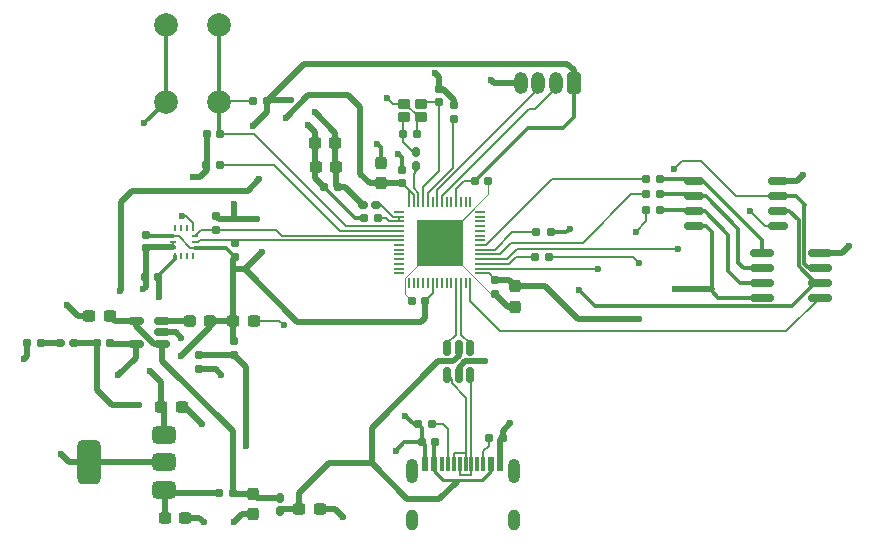
<source format=gbr>
%TF.GenerationSoftware,KiCad,Pcbnew,9.0.2*%
%TF.CreationDate,2025-08-14T15:26:00-05:00*%
%TF.ProjectId,ESP_32_sens,4553505f-3332-45f7-9365-6e732e6b6963,rev?*%
%TF.SameCoordinates,Original*%
%TF.FileFunction,Copper,L1,Top*%
%TF.FilePolarity,Positive*%
%FSLAX46Y46*%
G04 Gerber Fmt 4.6, Leading zero omitted, Abs format (unit mm)*
G04 Created by KiCad (PCBNEW 9.0.2) date 2025-08-14 15:26:00*
%MOMM*%
%LPD*%
G01*
G04 APERTURE LIST*
G04 Aperture macros list*
%AMRoundRect*
0 Rectangle with rounded corners*
0 $1 Rounding radius*
0 $2 $3 $4 $5 $6 $7 $8 $9 X,Y pos of 4 corners*
0 Add a 4 corners polygon primitive as box body*
4,1,4,$2,$3,$4,$5,$6,$7,$8,$9,$2,$3,0*
0 Add four circle primitives for the rounded corners*
1,1,$1+$1,$2,$3*
1,1,$1+$1,$4,$5*
1,1,$1+$1,$6,$7*
1,1,$1+$1,$8,$9*
0 Add four rect primitives between the rounded corners*
20,1,$1+$1,$2,$3,$4,$5,0*
20,1,$1+$1,$4,$5,$6,$7,0*
20,1,$1+$1,$6,$7,$8,$9,0*
20,1,$1+$1,$8,$9,$2,$3,0*%
G04 Aperture macros list end*
%TA.AperFunction,SMDPad,CuDef*%
%ADD10RoundRect,0.160000X0.197500X0.160000X-0.197500X0.160000X-0.197500X-0.160000X0.197500X-0.160000X0*%
%TD*%
%TA.AperFunction,HeatsinkPad*%
%ADD11O,1.000000X1.800000*%
%TD*%
%TA.AperFunction,HeatsinkPad*%
%ADD12O,1.000000X2.100000*%
%TD*%
%TA.AperFunction,SMDPad,CuDef*%
%ADD13R,0.600000X1.240000*%
%TD*%
%TA.AperFunction,SMDPad,CuDef*%
%ADD14R,0.300000X1.240000*%
%TD*%
%TA.AperFunction,SMDPad,CuDef*%
%ADD15RoundRect,0.160000X-0.197500X-0.160000X0.197500X-0.160000X0.197500X0.160000X-0.197500X0.160000X0*%
%TD*%
%TA.AperFunction,SMDPad,CuDef*%
%ADD16RoundRect,0.155000X-0.212500X-0.155000X0.212500X-0.155000X0.212500X0.155000X-0.212500X0.155000X0*%
%TD*%
%TA.AperFunction,SMDPad,CuDef*%
%ADD17RoundRect,0.160000X0.160000X-0.197500X0.160000X0.197500X-0.160000X0.197500X-0.160000X-0.197500X0*%
%TD*%
%TA.AperFunction,SMDPad,CuDef*%
%ADD18RoundRect,0.160000X-0.160000X0.197500X-0.160000X-0.197500X0.160000X-0.197500X0.160000X0.197500X0*%
%TD*%
%TA.AperFunction,SMDPad,CuDef*%
%ADD19RoundRect,0.160000X-0.160000X0.222500X-0.160000X-0.222500X0.160000X-0.222500X0.160000X0.222500X0*%
%TD*%
%TA.AperFunction,SMDPad,CuDef*%
%ADD20RoundRect,0.162500X0.650000X0.162500X-0.650000X0.162500X-0.650000X-0.162500X0.650000X-0.162500X0*%
%TD*%
%TA.AperFunction,SMDPad,CuDef*%
%ADD21RoundRect,0.155000X-0.155000X0.212500X-0.155000X-0.212500X0.155000X-0.212500X0.155000X0.212500X0*%
%TD*%
%TA.AperFunction,SMDPad,CuDef*%
%ADD22RoundRect,0.150000X0.512500X0.150000X-0.512500X0.150000X-0.512500X-0.150000X0.512500X-0.150000X0*%
%TD*%
%TA.AperFunction,SMDPad,CuDef*%
%ADD23RoundRect,0.155000X0.212500X0.155000X-0.212500X0.155000X-0.212500X-0.155000X0.212500X-0.155000X0*%
%TD*%
%TA.AperFunction,SMDPad,CuDef*%
%ADD24RoundRect,0.237500X-0.300000X-0.237500X0.300000X-0.237500X0.300000X0.237500X-0.300000X0.237500X0*%
%TD*%
%TA.AperFunction,SMDPad,CuDef*%
%ADD25RoundRect,0.160000X0.160000X-0.222500X0.160000X0.222500X-0.160000X0.222500X-0.160000X-0.222500X0*%
%TD*%
%TA.AperFunction,ComponentPad*%
%ADD26C,2.000000*%
%TD*%
%TA.AperFunction,SMDPad,CuDef*%
%ADD27RoundRect,0.160000X-0.222500X-0.160000X0.222500X-0.160000X0.222500X0.160000X-0.222500X0.160000X0*%
%TD*%
%TA.AperFunction,SMDPad,CuDef*%
%ADD28RoundRect,0.050000X-0.350000X-0.050000X0.350000X-0.050000X0.350000X0.050000X-0.350000X0.050000X0*%
%TD*%
%TA.AperFunction,SMDPad,CuDef*%
%ADD29RoundRect,0.050000X-0.050000X-0.350000X0.050000X-0.350000X0.050000X0.350000X-0.050000X0.350000X0*%
%TD*%
%TA.AperFunction,HeatsinkPad*%
%ADD30R,4.000000X4.000000*%
%TD*%
%TA.AperFunction,SMDPad,CuDef*%
%ADD31RoundRect,0.375000X0.625000X0.375000X-0.625000X0.375000X-0.625000X-0.375000X0.625000X-0.375000X0*%
%TD*%
%TA.AperFunction,SMDPad,CuDef*%
%ADD32RoundRect,0.500000X0.500000X1.400000X-0.500000X1.400000X-0.500000X-1.400000X0.500000X-1.400000X0*%
%TD*%
%TA.AperFunction,SMDPad,CuDef*%
%ADD33RoundRect,0.155000X0.155000X-0.212500X0.155000X0.212500X-0.155000X0.212500X-0.155000X-0.212500X0*%
%TD*%
%TA.AperFunction,SMDPad,CuDef*%
%ADD34RoundRect,0.237500X-0.237500X0.300000X-0.237500X-0.300000X0.237500X-0.300000X0.237500X0.300000X0*%
%TD*%
%TA.AperFunction,SMDPad,CuDef*%
%ADD35RoundRect,0.237500X0.237500X-0.300000X0.237500X0.300000X-0.237500X0.300000X-0.237500X-0.300000X0*%
%TD*%
%TA.AperFunction,SMDPad,CuDef*%
%ADD36R,0.254000X0.482600*%
%TD*%
%TA.AperFunction,SMDPad,CuDef*%
%ADD37R,0.482600X0.254000*%
%TD*%
%TA.AperFunction,ComponentPad*%
%ADD38RoundRect,0.250000X0.335000X0.685000X-0.335000X0.685000X-0.335000X-0.685000X0.335000X-0.685000X0*%
%TD*%
%TA.AperFunction,ComponentPad*%
%ADD39O,1.170000X1.870000*%
%TD*%
%TA.AperFunction,SMDPad,CuDef*%
%ADD40RoundRect,0.237500X0.300000X0.237500X-0.300000X0.237500X-0.300000X-0.237500X0.300000X-0.237500X0*%
%TD*%
%TA.AperFunction,SMDPad,CuDef*%
%ADD41RoundRect,0.237500X-0.287500X-0.237500X0.287500X-0.237500X0.287500X0.237500X-0.287500X0.237500X0*%
%TD*%
%TA.AperFunction,SMDPad,CuDef*%
%ADD42RoundRect,0.150000X0.825000X0.150000X-0.825000X0.150000X-0.825000X-0.150000X0.825000X-0.150000X0*%
%TD*%
%TA.AperFunction,SMDPad,CuDef*%
%ADD43RoundRect,0.102000X-0.373000X-0.323000X0.373000X-0.323000X0.373000X0.323000X-0.373000X0.323000X0*%
%TD*%
%TA.AperFunction,SMDPad,CuDef*%
%ADD44RoundRect,0.150000X0.150000X-0.512500X0.150000X0.512500X-0.150000X0.512500X-0.150000X-0.512500X0*%
%TD*%
%TA.AperFunction,ViaPad*%
%ADD45C,0.600000*%
%TD*%
%TA.AperFunction,Conductor*%
%ADD46C,0.100000*%
%TD*%
%TA.AperFunction,Conductor*%
%ADD47C,0.350000*%
%TD*%
%TA.AperFunction,Conductor*%
%ADD48C,0.500000*%
%TD*%
%TA.AperFunction,Conductor*%
%ADD49C,0.250000*%
%TD*%
%TA.AperFunction,Conductor*%
%ADD50C,0.200000*%
%TD*%
%TA.AperFunction,Conductor*%
%ADD51C,0.300000*%
%TD*%
%TA.AperFunction,Conductor*%
%ADD52C,0.153000*%
%TD*%
G04 APERTURE END LIST*
D10*
%TO.P,R11,1*%
%TO.N,/PSU/CC_1_pulldown*%
X136647500Y-113040000D03*
%TO.P,R11,2*%
%TO.N,GND*%
X135452500Y-113040000D03*
%TD*%
D11*
%TO.P,J3,S1,SHIELD*%
%TO.N,unconnected-(J3-SHIELD-PadS1)_3*%
X143570000Y-121215000D03*
D12*
%TO.N,unconnected-(J3-SHIELD-PadS1)_1*%
X143570000Y-117015000D03*
D11*
%TO.N,unconnected-(J3-SHIELD-PadS1)_2*%
X134930000Y-121215000D03*
D12*
%TO.N,unconnected-(J3-SHIELD-PadS1)*%
X134930000Y-117015000D03*
D13*
%TO.P,J3,B12,GND*%
%TO.N,GND*%
X136050000Y-116415000D03*
%TO.P,J3,B9,VBUS*%
%TO.N,VBUS*%
X136850000Y-116415000D03*
D14*
%TO.P,J3,B8,SBU2*%
%TO.N,unconnected-(J3-SBU2-PadB8)*%
X137500000Y-116415000D03*
%TO.P,J3,B7,D-*%
%TO.N,/PSU/usbc_d-*%
X138500000Y-116415000D03*
%TO.P,J3,B6,D+*%
%TO.N,/PSU/usbc_d+*%
X140000000Y-116415000D03*
%TO.P,J3,B5,CC2*%
%TO.N,/PSU/CC_2_pulldown*%
X141000000Y-116415000D03*
D13*
%TO.P,J3,B4,VBUS*%
%TO.N,VBUS*%
X141650000Y-116415000D03*
%TO.P,J3,B1,GND*%
%TO.N,GND*%
X142450000Y-116415000D03*
%TO.P,J3,A12,GND*%
X142450000Y-116415000D03*
%TO.P,J3,A9,VBUS*%
%TO.N,VBUS*%
X141650000Y-116415000D03*
D14*
%TO.P,J3,A8,SBU1*%
%TO.N,unconnected-(J3-SBU1-PadA8)*%
X140500000Y-116415000D03*
%TO.P,J3,A7,D-*%
%TO.N,/PSU/usbc_d-*%
X139500000Y-116415000D03*
%TO.P,J3,A6,D+*%
%TO.N,/PSU/usbc_d+*%
X139000000Y-116415000D03*
%TO.P,J3,A5,CC1*%
%TO.N,/PSU/CC_1_pulldown*%
X138000000Y-116415000D03*
D13*
%TO.P,J3,A4,VBUS*%
%TO.N,VBUS*%
X136850000Y-116415000D03*
%TO.P,J3,A1,GND*%
%TO.N,GND*%
X136050000Y-116415000D03*
%TD*%
D15*
%TO.P,R10,2*%
%TO.N,GND*%
X142647500Y-114240000D03*
%TO.P,R10,1*%
%TO.N,/PSU/CC_2_pulldown*%
X141452500Y-114240000D03*
%TD*%
D16*
%TO.P,C25,2*%
%TO.N,VBUS*%
X136917500Y-114565000D03*
%TO.P,C25,1*%
%TO.N,GND*%
X135782500Y-114565000D03*
%TD*%
D17*
%TO.P,R15,1*%
%TO.N,+3.3V*%
X120000000Y-98897500D03*
%TO.P,R15,2*%
%TO.N,I2C_SCL*%
X120000000Y-97702500D03*
%TD*%
D18*
%TO.P,R12,1*%
%TO.N,+3.3V*%
X119900000Y-106002500D03*
%TO.P,R12,2*%
%TO.N,/PSU/BUCK_FB*%
X119900000Y-107197500D03*
%TD*%
D19*
%TO.P,L2,1,1*%
%TO.N,Net-(C12-Pad1)*%
X135320000Y-90047500D03*
%TO.P,L2,2,2*%
%TO.N,/MCU/XTAL_P*%
X135320000Y-91192500D03*
%TD*%
D20*
%TO.P,U2,1,~{CS}*%
%TO.N,SPICS0*%
X165987500Y-96305000D03*
%TO.P,U2,2,DO/IO_{1}*%
%TO.N,SPIQ*%
X165987500Y-95035000D03*
%TO.P,U2,3,~{WP}/IO_{2}*%
%TO.N,SPIWP*%
X165987500Y-93765000D03*
%TO.P,U2,4,GND*%
%TO.N,GND*%
X165987500Y-92495000D03*
%TO.P,U2,5,DI/IO_{0}*%
%TO.N,SPID*%
X158812500Y-92495000D03*
%TO.P,U2,6,CLK*%
%TO.N,SPICLK*%
X158812500Y-93765000D03*
%TO.P,U2,7,~{HOLD}/~{RESET}/IO_{3}*%
%TO.N,SPIHD*%
X158812500Y-95035000D03*
%TO.P,U2,8,VCC*%
%TO.N,VDD_SPI*%
X158812500Y-96305000D03*
%TD*%
D15*
%TO.P,R7,1*%
%TO.N,GND*%
X117502500Y-91100000D03*
%TO.P,R7,2*%
%TO.N,Net-(U1-GPIO0)*%
X118697500Y-91100000D03*
%TD*%
D21*
%TO.P,C8,1*%
%TO.N,VDD_SPI*%
X142030000Y-100882500D03*
%TO.P,C8,2*%
%TO.N,GND*%
X142030000Y-102017500D03*
%TD*%
D22*
%TO.P,U7,1,EN*%
%TO.N,+5V*%
X113837500Y-106250000D03*
%TO.P,U7,2,GND*%
%TO.N,GND*%
X113837500Y-105300000D03*
%TO.P,U7,3,SW*%
%TO.N,/PSU/BUCK_SW*%
X113837500Y-104350000D03*
%TO.P,U7,4,VIN*%
%TO.N,+5V*%
X111562500Y-104350000D03*
%TO.P,U7,5,FB*%
%TO.N,/PSU/BUCK_FB*%
X111562500Y-106250000D03*
%TD*%
D23*
%TO.P,C17,1*%
%TO.N,/MCU/Chip_pu*%
X118700000Y-88500000D03*
%TO.P,C17,2*%
%TO.N,GND*%
X117565000Y-88500000D03*
%TD*%
D24*
%TO.P,C21,1*%
%TO.N,+3.3VA*%
X113737500Y-111600000D03*
%TO.P,C21,2*%
%TO.N,GND*%
X115462500Y-111600000D03*
%TD*%
D25*
%TO.P,L5,1,1*%
%TO.N,VBUS*%
X123800000Y-120445000D03*
%TO.P,L5,2,2*%
%TO.N,+5V*%
X123800000Y-119300000D03*
%TD*%
D16*
%TO.P,C10,1*%
%TO.N,+3.3V*%
X140272500Y-92490000D03*
%TO.P,C10,2*%
%TO.N,GND*%
X141407500Y-92490000D03*
%TD*%
D15*
%TO.P,R1,1*%
%TO.N,Net-(U1-SPID)*%
X154802500Y-92300000D03*
%TO.P,R1,2*%
%TO.N,SPID*%
X155997500Y-92300000D03*
%TD*%
D10*
%TO.P,R9,1*%
%TO.N,+5V*%
X119795000Y-118900000D03*
%TO.P,R9,2*%
%TO.N,/PSU/+5V_FILT*%
X118600000Y-118900000D03*
%TD*%
D15*
%TO.P,R2,1*%
%TO.N,Net-(U1-SPIQ)*%
X145502500Y-96800000D03*
%TO.P,R2,2*%
%TO.N,SPIQ*%
X146697500Y-96800000D03*
%TD*%
D18*
%TO.P,R13,1*%
%TO.N,/PSU/BUCK_FB*%
X116900000Y-107200000D03*
%TO.P,R13,2*%
%TO.N,GND*%
X116900000Y-108395000D03*
%TD*%
D21*
%TO.P,C13,1*%
%TO.N,+3.3V*%
X112400000Y-97032500D03*
%TO.P,C13,2*%
%TO.N,GND*%
X112400000Y-98167500D03*
%TD*%
D10*
%TO.P,R14,1*%
%TO.N,/PSU/LED_PWR_K*%
X103570000Y-106200000D03*
%TO.P,R14,2*%
%TO.N,GND*%
X102375000Y-106200000D03*
%TD*%
D26*
%TO.P,SW1,1,1*%
%TO.N,/MCU/Chip_pu*%
X118650000Y-79250000D03*
X118650000Y-85750000D03*
%TO.P,SW1,2,2*%
%TO.N,GND*%
X114150000Y-79250000D03*
X114150000Y-85750000D03*
%TD*%
D24*
%TO.P,C20,1*%
%TO.N,/PSU/+5V_FILT*%
X114037500Y-121000000D03*
%TO.P,C20,2*%
%TO.N,GND*%
X115762500Y-121000000D03*
%TD*%
D27*
%TO.P,D2,1,K*%
%TO.N,/PSU/LED_PWR_K*%
X105200000Y-106200000D03*
%TO.P,D2,2,A*%
%TO.N,+3.3V*%
X106345000Y-106200000D03*
%TD*%
D24*
%TO.P,C6,1*%
%TO.N,GND*%
X126737500Y-89300000D03*
%TO.P,C6,2*%
%TO.N,+3.3V*%
X128462500Y-89300000D03*
%TD*%
D28*
%TO.P,U1,1,LNA_IN*%
%TO.N,unconnected-(U1-LNA_IN-Pad1)*%
X133850000Y-95100000D03*
%TO.P,U1,2,VDD3P3*%
%TO.N,/MCU/vdd_3p3 in*%
X133850000Y-95500000D03*
%TO.P,U1,3,VDD3P3*%
X133850000Y-95900000D03*
%TO.P,U1,4,CHIP_PU*%
%TO.N,/MCU/Chip_pu*%
X133850000Y-96300000D03*
%TO.P,U1,5,GPIO0*%
%TO.N,Net-(U1-GPIO0)*%
X133850000Y-96700000D03*
%TO.P,U1,6,GPIO1*%
%TO.N,I2C_SDA*%
X133850000Y-97100000D03*
%TO.P,U1,7,GPIO2*%
%TO.N,I2C_SCL*%
X133850000Y-97500000D03*
%TO.P,U1,8,GPIO3*%
%TO.N,unconnected-(U1-GPIO3-Pad8)*%
X133850000Y-97900000D03*
%TO.P,U1,9,GPIO4*%
%TO.N,unconnected-(U1-GPIO4-Pad9)*%
X133850000Y-98300000D03*
%TO.P,U1,10,GPIO5*%
%TO.N,unconnected-(U1-GPIO5-Pad10)*%
X133850000Y-98700000D03*
%TO.P,U1,11,GPIO6*%
%TO.N,unconnected-(U1-GPIO6-Pad11)*%
X133850000Y-99100000D03*
%TO.P,U1,12,GPIO7*%
%TO.N,unconnected-(U1-GPIO7-Pad12)*%
X133850000Y-99500000D03*
%TO.P,U1,13,GPIO8*%
%TO.N,unconnected-(U1-GPIO8-Pad13)*%
X133850000Y-99900000D03*
%TO.P,U1,14,GPIO9*%
%TO.N,unconnected-(U1-GPIO9-Pad14)*%
X133850000Y-100300000D03*
D29*
%TO.P,U1,15,GPIO10*%
%TO.N,unconnected-(U1-GPIO10-Pad15)*%
X134700000Y-101150000D03*
%TO.P,U1,16,GPIO11*%
%TO.N,unconnected-(U1-GPIO11-Pad16)*%
X135100000Y-101150000D03*
%TO.P,U1,17,GPIO12*%
%TO.N,unconnected-(U1-GPIO12-Pad17)*%
X135500000Y-101150000D03*
%TO.P,U1,18,GPIO13*%
%TO.N,unconnected-(U1-GPIO13-Pad18)*%
X135900000Y-101150000D03*
%TO.P,U1,19,GPIO14*%
%TO.N,unconnected-(U1-GPIO14-Pad19)*%
X136300000Y-101150000D03*
%TO.P,U1,20,VDD3P3_RTC*%
%TO.N,+3.3V*%
X136700000Y-101150000D03*
%TO.P,U1,21,XTAL_32K_P*%
%TO.N,unconnected-(U1-XTAL_32K_P-Pad21)*%
X137100000Y-101150000D03*
%TO.P,U1,22,XTAL_32K_N*%
%TO.N,unconnected-(U1-XTAL_32K_N-Pad22)*%
X137500000Y-101150000D03*
%TO.P,U1,23,GPIO17*%
%TO.N,unconnected-(U1-GPIO17-Pad23)*%
X137900000Y-101150000D03*
%TO.P,U1,24,GPIO18*%
%TO.N,unconnected-(U1-GPIO18-Pad24)*%
X138300000Y-101150000D03*
%TO.P,U1,25,GPIO19/USB_D-*%
%TO.N,USB_D-*%
X138700000Y-101150000D03*
%TO.P,U1,26,GPIO20/USB_D+*%
%TO.N,USB_D+*%
X139100000Y-101150000D03*
%TO.P,U1,27,GPIO21*%
%TO.N,unconnected-(U1-GPIO21-Pad27)*%
X139500000Y-101150000D03*
%TO.P,U1,28,SPICS1*%
%TO.N,SPICS1*%
X139900000Y-101150000D03*
D28*
%TO.P,U1,29,VDD_SPI*%
%TO.N,VDD_SPI*%
X140750000Y-100300000D03*
%TO.P,U1,30,SPIHD*%
%TO.N,Net-(U1-SPIHD)*%
X140750000Y-99900000D03*
%TO.P,U1,31,SPIWP*%
%TO.N,Net-(U1-SPIWP)*%
X140750000Y-99500000D03*
%TO.P,U1,32,SPICS0*%
%TO.N,SPICS0*%
X140750000Y-99100000D03*
%TO.P,U1,33,SPICLK*%
%TO.N,Net-(U1-SPICLK)*%
X140750000Y-98700000D03*
%TO.P,U1,34,SPIQ*%
%TO.N,Net-(U1-SPIQ)*%
X140750000Y-98300000D03*
%TO.P,U1,35,SPID*%
%TO.N,Net-(U1-SPID)*%
X140750000Y-97900000D03*
%TO.P,U1,36,SPICLK_N*%
%TO.N,unconnected-(U1-SPICLK_N-Pad36)*%
X140750000Y-97500000D03*
%TO.P,U1,37,SPICLK_P*%
%TO.N,unconnected-(U1-SPICLK_P-Pad37)*%
X140750000Y-97100000D03*
%TO.P,U1,38,GPIO33*%
%TO.N,unconnected-(U1-GPIO33-Pad38)*%
X140750000Y-96700000D03*
%TO.P,U1,39,GPIO34*%
%TO.N,unconnected-(U1-GPIO34-Pad39)*%
X140750000Y-96300000D03*
%TO.P,U1,40,GPIO35*%
%TO.N,unconnected-(U1-GPIO35-Pad40)*%
X140750000Y-95900000D03*
%TO.P,U1,41,GPIO36*%
%TO.N,unconnected-(U1-GPIO36-Pad41)*%
X140750000Y-95500000D03*
%TO.P,U1,42,GPIO37*%
%TO.N,unconnected-(U1-GPIO37-Pad42)*%
X140750000Y-95100000D03*
D29*
%TO.P,U1,43,GPIO38*%
%TO.N,unconnected-(U1-GPIO38-Pad43)*%
X139900000Y-94250000D03*
%TO.P,U1,44,MTCK*%
%TO.N,unconnected-(U1-MTCK-Pad44)*%
X139500000Y-94250000D03*
%TO.P,U1,45,MTDO*%
%TO.N,unconnected-(U1-MTDO-Pad45)*%
X139100000Y-94250000D03*
%TO.P,U1,46,VDD3P3_CPU*%
%TO.N,+3.3V*%
X138700000Y-94250000D03*
%TO.P,U1,47,MTDI*%
%TO.N,unconnected-(U1-MTDI-Pad47)*%
X138300000Y-94250000D03*
%TO.P,U1,48,MTMS*%
%TO.N,unconnected-(U1-MTMS-Pad48)*%
X137900000Y-94250000D03*
%TO.P,U1,49,U0TXD*%
%TO.N,UART_TX*%
X137500000Y-94250000D03*
%TO.P,U1,50,U0RXD*%
%TO.N,UART_RX*%
X137100000Y-94250000D03*
%TO.P,U1,51,GPIO45*%
%TO.N,unconnected-(U1-GPIO45-Pad51)*%
X136700000Y-94250000D03*
%TO.P,U1,52,GPIO46*%
%TO.N,Net-(U1-GPIO46)*%
X136300000Y-94250000D03*
%TO.P,U1,53,XTAL_N*%
%TO.N,/MCU/XTAL_N*%
X135900000Y-94250000D03*
%TO.P,U1,54,XTAL_P*%
%TO.N,/MCU/XTAL_P*%
X135500000Y-94250000D03*
%TO.P,U1,55,VDDA*%
%TO.N,+3.3VA*%
X135100000Y-94250000D03*
%TO.P,U1,56,VDDA*%
X134700000Y-94250000D03*
D30*
%TO.P,U1,57,GND*%
%TO.N,GND*%
X137300000Y-97700000D03*
%TD*%
D16*
%TO.P,C4,1*%
%TO.N,GND*%
X127532500Y-93000000D03*
%TO.P,C4,2*%
%TO.N,+3.3V*%
X128667500Y-93000000D03*
%TD*%
D17*
%TO.P,R8,1*%
%TO.N,Net-(U1-GPIO46)*%
X138540000Y-87197500D03*
%TO.P,R8,2*%
%TO.N,GND*%
X138540000Y-86002500D03*
%TD*%
D31*
%TO.P,U5,1,IN*%
%TO.N,/PSU/+5V_FILT*%
X113950000Y-118600000D03*
%TO.P,U5,2,GND*%
%TO.N,GND*%
X113950000Y-116300000D03*
D32*
X107650000Y-116300000D03*
D31*
%TO.P,U5,3,OUT*%
%TO.N,+3.3VA*%
X113950000Y-114000000D03*
%TD*%
D15*
%TO.P,R3,1*%
%TO.N,Net-(U1-SPICLK)*%
X154802500Y-93600000D03*
%TO.P,R3,2*%
%TO.N,SPICLK*%
X155997500Y-93600000D03*
%TD*%
%TO.P,R4,1*%
%TO.N,Net-(U1-SPIWP)*%
X145405000Y-98900000D03*
%TO.P,R4,2*%
%TO.N,SPIWP*%
X146600000Y-98900000D03*
%TD*%
D33*
%TO.P,C2,1*%
%TO.N,+3.3VA*%
X134100000Y-92667500D03*
%TO.P,C2,2*%
%TO.N,GND*%
X134100000Y-91532500D03*
%TD*%
D34*
%TO.P,C19,1*%
%TO.N,+5V*%
X121500000Y-118937500D03*
%TO.P,C19,2*%
%TO.N,GND*%
X121500000Y-120662500D03*
%TD*%
D35*
%TO.P,C1,1*%
%TO.N,+3.3VA*%
X132300000Y-92662500D03*
%TO.P,C1,2*%
%TO.N,GND*%
X132300000Y-90937500D03*
%TD*%
D36*
%TO.P,U4,1,SDO*%
%TO.N,GND*%
X116400000Y-96488600D03*
%TO.P,U4,2,NC*%
%TO.N,unconnected-(U4-NC-Pad2)*%
X115899999Y-96488600D03*
%TO.P,U4,3,NC*%
%TO.N,unconnected-(U4-NC-Pad3)*%
X115399999Y-96488600D03*
%TO.P,U4,4,INT1*%
%TO.N,unconnected-(U4-INT1-Pad4)*%
X114899998Y-96488600D03*
D37*
%TO.P,U4,5,VDDIO*%
%TO.N,+3.3V*%
X114735599Y-97144301D03*
%TO.P,U4,6,GNDIO*%
%TO.N,GND*%
X114735599Y-97644300D03*
%TO.P,U4,7,GND*%
X114735599Y-98144299D03*
D36*
%TO.P,U4,8,VDD*%
%TO.N,+3.3VA*%
X114899998Y-98800000D03*
%TO.P,U4,9,INT2*%
%TO.N,unconnected-(U4-INT2-Pad9)*%
X115399999Y-98800000D03*
%TO.P,U4,10,NC*%
%TO.N,unconnected-(U4-NC-Pad10)*%
X115899999Y-98800000D03*
%TO.P,U4,11,NC*%
%TO.N,unconnected-(U4-NC-Pad11)*%
X116400000Y-98800000D03*
D37*
%TO.P,U4,12,CSB*%
%TO.N,+3.3V*%
X116564399Y-98144299D03*
%TO.P,U4,13,SCX*%
%TO.N,I2C_SCL*%
X116564399Y-97644300D03*
%TO.P,U4,14,SDX*%
%TO.N,I2C_SDA*%
X116564399Y-97144301D03*
%TD*%
D38*
%TO.P,J4,1,Pin_1*%
%TO.N,+3.3V*%
X148660000Y-84150000D03*
D39*
%TO.P,J4,2,Pin_2*%
%TO.N,UART_TX*%
X147160000Y-84150000D03*
%TO.P,J4,3,Pin_3*%
%TO.N,UART_RX*%
X145660000Y-84150000D03*
%TO.P,J4,4,Pin_4*%
%TO.N,GND*%
X144160000Y-84150000D03*
%TD*%
D24*
%TO.P,C5,1*%
%TO.N,GND*%
X126837500Y-91300000D03*
%TO.P,C5,2*%
%TO.N,+3.3V*%
X128562500Y-91300000D03*
%TD*%
D40*
%TO.P,C22,1*%
%TO.N,+5V*%
X109362500Y-103900000D03*
%TO.P,C22,2*%
%TO.N,GND*%
X107637500Y-103900000D03*
%TD*%
D27*
%TO.P,L1,1,1*%
%TO.N,+3.3V*%
X130795000Y-94500000D03*
%TO.P,L1,2,2*%
%TO.N,/MCU/vdd_3p3 in*%
X131940000Y-94500000D03*
%TD*%
D10*
%TO.P,R6,1*%
%TO.N,+3.3V*%
X122695000Y-85700000D03*
%TO.P,R6,2*%
%TO.N,/MCU/Chip_pu*%
X121500000Y-85700000D03*
%TD*%
D18*
%TO.P,R16,1*%
%TO.N,+3.3V*%
X118400000Y-95402500D03*
%TO.P,R16,2*%
%TO.N,I2C_SDA*%
X118400000Y-96597500D03*
%TD*%
D24*
%TO.P,C23,1*%
%TO.N,+3.3V*%
X119837500Y-104300000D03*
%TO.P,C23,2*%
%TO.N,GND*%
X121562500Y-104300000D03*
%TD*%
D16*
%TO.P,C24,1*%
%TO.N,+3.3V*%
X108300000Y-106200000D03*
%TO.P,C24,2*%
%TO.N,/PSU/BUCK_FB*%
X109435000Y-106200000D03*
%TD*%
%TO.P,C3,1*%
%TO.N,GND*%
X130932500Y-95600000D03*
%TO.P,C3,2*%
%TO.N,/MCU/vdd_3p3 in*%
X132067500Y-95600000D03*
%TD*%
D33*
%TO.P,C11,1*%
%TO.N,/MCU/XTAL_N*%
X137280000Y-85827500D03*
%TO.P,C11,2*%
%TO.N,GND*%
X137280000Y-84692500D03*
%TD*%
D24*
%TO.P,C18,1*%
%TO.N,VBUS*%
X125437500Y-120272500D03*
%TO.P,C18,2*%
%TO.N,GND*%
X127162500Y-120272500D03*
%TD*%
D16*
%TO.P,C14,1*%
%TO.N,GND*%
X112332500Y-100600000D03*
%TO.P,C14,2*%
%TO.N,+3.3VA*%
X113467500Y-100600000D03*
%TD*%
D34*
%TO.P,C9,1*%
%TO.N,VDD_SPI*%
X143700000Y-101387500D03*
%TO.P,C9,2*%
%TO.N,GND*%
X143700000Y-103112500D03*
%TD*%
D23*
%TO.P,C7,1*%
%TO.N,+3.3V*%
X136067500Y-102600000D03*
%TO.P,C7,2*%
%TO.N,GND*%
X134932500Y-102600000D03*
%TD*%
D16*
%TO.P,C12,1*%
%TO.N,Net-(C12-Pad1)*%
X134232500Y-88500000D03*
%TO.P,C12,2*%
%TO.N,GND*%
X135367500Y-88500000D03*
%TD*%
D41*
%TO.P,L6,1,1*%
%TO.N,/PSU/BUCK_SW*%
X116125000Y-104300000D03*
%TO.P,L6,2,2*%
%TO.N,+3.3V*%
X117875000Y-104300000D03*
%TD*%
D42*
%TO.P,U3,1,~{CE}*%
%TO.N,SPICS1*%
X169515000Y-102365000D03*
%TO.P,U3,2,SO/SIO*%
%TO.N,SPIQ*%
X169515000Y-101095000D03*
%TO.P,U3,3,SIO2*%
%TO.N,SPIWP*%
X169515000Y-99825000D03*
%TO.P,U3,4,VSS*%
%TO.N,GND*%
X169515000Y-98555000D03*
%TO.P,U3,5,SI/SIO*%
%TO.N,SPID*%
X164565000Y-98555000D03*
%TO.P,U3,6,SCLK*%
%TO.N,SPICLK*%
X164565000Y-99825000D03*
%TO.P,U3,7,SIO3*%
%TO.N,SPIHD*%
X164565000Y-101095000D03*
%TO.P,U3,8,VCC*%
%TO.N,VDD_SPI*%
X164565000Y-102365000D03*
%TD*%
D15*
%TO.P,R5,1*%
%TO.N,Net-(U1-SPIHD)*%
X154805000Y-94900000D03*
%TO.P,R5,2*%
%TO.N,SPIHD*%
X156000000Y-94900000D03*
%TD*%
D43*
%TO.P,Y1,1,1*%
%TO.N,Net-(C12-Pad1)*%
X134275000Y-87075000D03*
%TO.P,Y1,2,2*%
%TO.N,GND*%
X135725000Y-87075000D03*
%TO.P,Y1,3,3*%
%TO.N,/MCU/XTAL_N*%
X135725000Y-85925000D03*
%TO.P,Y1,4,4*%
%TO.N,GND*%
X134275000Y-85925000D03*
%TD*%
D44*
%TO.P,U6,1,I/O1*%
%TO.N,/PSU/usbc_d-*%
X137960000Y-108872500D03*
%TO.P,U6,2,GND*%
%TO.N,GND*%
X138910000Y-108872500D03*
%TO.P,U6,3,I/O2*%
%TO.N,/PSU/usbc_d+*%
X139860000Y-108872500D03*
%TO.P,U6,4,I/O2*%
%TO.N,USB_D+*%
X139860000Y-106597500D03*
%TO.P,U6,5,VBUS*%
%TO.N,VBUS*%
X138910000Y-106597500D03*
%TO.P,U6,6,I/O1*%
%TO.N,USB_D-*%
X137960000Y-106597500D03*
%TD*%
D45*
%TO.N,GND*%
X135800000Y-98300000D03*
X138800000Y-98300000D03*
X135800000Y-97100000D03*
X138800000Y-97100000D03*
X138100000Y-96500000D03*
X136500000Y-96500000D03*
X138100000Y-99000000D03*
X136500000Y-98900000D03*
X138100000Y-97100000D03*
X137300000Y-97100000D03*
X136500000Y-97100000D03*
X138100000Y-98300000D03*
X137300000Y-98300000D03*
X136500000Y-98300000D03*
X136500000Y-97700000D03*
X138100000Y-97700000D03*
X143290000Y-112975000D03*
X134410000Y-112340000D03*
X133570000Y-115300000D03*
%TO.N,+3.3VA*%
X112820000Y-108570000D03*
X113530000Y-102330000D03*
X122030000Y-92330000D03*
X110230000Y-101820000D03*
X124270000Y-87110000D03*
%TO.N,GND*%
X118830000Y-108870000D03*
X105790000Y-102990000D03*
X133810000Y-90170000D03*
X112310000Y-87590000D03*
X132020000Y-89320000D03*
X168100000Y-91980000D03*
X116440000Y-92130000D03*
X102140000Y-107550000D03*
X171920000Y-98020000D03*
X119850000Y-121360000D03*
X115440000Y-105750000D03*
X136870000Y-83300000D03*
X105250000Y-115590000D03*
X141180000Y-107750000D03*
X117160000Y-113050000D03*
X141690000Y-83920000D03*
X132860000Y-85450000D03*
X112210000Y-101620000D03*
X124140000Y-104700000D03*
X115460000Y-95480000D03*
X126170000Y-87750000D03*
X129130000Y-120920000D03*
X117330000Y-121360000D03*
%TO.N,+3.3V*%
X111890000Y-111460000D03*
X119930000Y-94410000D03*
X115390000Y-107330000D03*
X121540000Y-87820000D03*
X126760000Y-86670000D03*
X122280000Y-98460000D03*
X121880000Y-95660000D03*
X124704669Y-85614669D03*
%TO.N,VDD_SPI*%
X157220000Y-101580000D03*
X154140000Y-104170000D03*
%TO.N,/PSU/BUCK_FB*%
X120900000Y-114950000D03*
X110110000Y-108930000D03*
%TO.N,SPIQ*%
X149140000Y-101690000D03*
X148320000Y-96510000D03*
%TO.N,SPIWP*%
X157140000Y-91480000D03*
X154210000Y-99430000D03*
%TO.N,Net-(U1-SPIHD)*%
X150680000Y-99900000D03*
X153950000Y-96760000D03*
%TO.N,SPICS0*%
X157490000Y-98240000D03*
X163610000Y-95050000D03*
%TD*%
D46*
%TO.N,GND*%
X137300000Y-97700000D02*
X137322936Y-97700000D01*
D47*
X136050000Y-116415000D02*
X136050000Y-114832500D01*
X135782500Y-114565000D02*
X134570000Y-114565000D01*
D48*
X142450000Y-114437500D02*
X142647500Y-114240000D01*
X142450000Y-116415000D02*
X142450000Y-114437500D01*
D47*
X136050000Y-114832500D02*
X135782500Y-114565000D01*
X135782500Y-113370000D02*
X135452500Y-113040000D01*
D48*
X142647500Y-113617500D02*
X143290000Y-112975000D01*
D49*
%TO.N,VBUS*%
X136850000Y-117033636D02*
X136850000Y-116415000D01*
X140921636Y-117762000D02*
X138900000Y-117762000D01*
D47*
X136850000Y-114632500D02*
X136917500Y-114565000D01*
D50*
%TO.N,/PSU/usbc_d+*%
X139951000Y-117336000D02*
X139049000Y-117336000D01*
X139000000Y-117287000D02*
X139000000Y-116415000D01*
X140000000Y-117287000D02*
X139951000Y-117336000D01*
X139049000Y-117336000D02*
X139000000Y-117287000D01*
%TO.N,/PSU/CC_2_pulldown*%
X141452500Y-114912500D02*
X141452500Y-114240000D01*
D49*
%TO.N,VBUS*%
X141650000Y-117033636D02*
X140921636Y-117762000D01*
D50*
%TO.N,/PSU/CC_2_pulldown*%
X141000000Y-116415000D02*
X141000000Y-115365000D01*
%TO.N,/PSU/CC_1_pulldown*%
X136647500Y-113040000D02*
X137565000Y-113040000D01*
%TO.N,/PSU/CC_2_pulldown*%
X141000000Y-115365000D02*
X141452500Y-114912500D01*
%TO.N,/PSU/CC_1_pulldown*%
X138000000Y-113475000D02*
X138000000Y-116415000D01*
D49*
%TO.N,VBUS*%
X137578364Y-117762000D02*
X136850000Y-117033636D01*
X141650000Y-116415000D02*
X141650000Y-117033636D01*
D47*
X136850000Y-116415000D02*
X136850000Y-114632500D01*
D50*
%TO.N,/PSU/CC_1_pulldown*%
X137565000Y-113040000D02*
X138000000Y-113475000D01*
D47*
%TO.N,GND*%
X135452500Y-113040000D02*
X135110000Y-113040000D01*
X134305000Y-114565000D02*
X133570000Y-115300000D01*
X134570000Y-114565000D02*
X134305000Y-114565000D01*
D50*
%TO.N,/PSU/usbc_d-*%
X139500000Y-116415000D02*
X139549999Y-116365001D01*
D47*
%TO.N,GND*%
X135110000Y-113040000D02*
X134410000Y-112340000D01*
D49*
%TO.N,VBUS*%
X138900000Y-117762000D02*
X138736000Y-117926000D01*
X138900000Y-117762000D02*
X137578364Y-117762000D01*
D50*
%TO.N,/PSU/usbc_d-*%
X139451000Y-115494000D02*
X138549000Y-115494000D01*
X138500000Y-115543000D02*
X138500000Y-116415000D01*
X138549000Y-115494000D02*
X138500000Y-115543000D01*
X139500000Y-116415000D02*
X139500000Y-115543000D01*
X139500000Y-115543000D02*
X139451000Y-115494000D01*
%TO.N,/PSU/usbc_d+*%
X140000000Y-116415000D02*
X140000000Y-117287000D01*
D48*
%TO.N,GND*%
X142647500Y-114240000D02*
X142647500Y-113617500D01*
D47*
X135782500Y-114565000D02*
X135782500Y-113370000D01*
D50*
%TO.N,Net-(C12-Pad1)*%
X134232500Y-89192500D02*
X135087500Y-90047500D01*
X134232500Y-88500000D02*
X134232500Y-89192500D01*
X135087500Y-90047500D02*
X135320000Y-90047500D01*
%TO.N,/MCU/XTAL_N*%
X135900000Y-93000000D02*
X137280000Y-91620000D01*
X137280000Y-91620000D02*
X137280000Y-85827500D01*
X135900000Y-94250000D02*
X135900000Y-93000000D01*
%TO.N,/MCU/XTAL_P*%
X135320000Y-91670000D02*
X135320000Y-91192500D01*
X135110000Y-93100000D02*
X135110000Y-91880000D01*
X135500000Y-94250000D02*
X135500000Y-93490000D01*
X135500000Y-93490000D02*
X135110000Y-93100000D01*
X135110000Y-91880000D02*
X135320000Y-91670000D01*
X135500000Y-91372500D02*
X135320000Y-91192500D01*
%TO.N,UART_RX*%
X145660000Y-84675610D02*
X145660000Y-84150000D01*
X137100000Y-93235610D02*
X145660000Y-84675610D01*
X137100000Y-94250000D02*
X137100000Y-93235610D01*
%TO.N,+3.3VA*%
X135100000Y-94250000D02*
X135100000Y-93667500D01*
X134700000Y-94250000D02*
X134700000Y-93267500D01*
D48*
X130580000Y-86250000D02*
X130580000Y-91860000D01*
D47*
X114896999Y-99113001D02*
X114896999Y-98800000D01*
D48*
X130580000Y-91860000D02*
X131382500Y-92662500D01*
D47*
X113467500Y-100542500D02*
X114896999Y-99113001D01*
D48*
X111260000Y-93300000D02*
X120590000Y-93300000D01*
X129520000Y-85190000D02*
X130580000Y-86250000D01*
X110310000Y-94250000D02*
X110960000Y-93600000D01*
X113530000Y-100662500D02*
X113467500Y-100600000D01*
X124270000Y-87110000D02*
X126190000Y-85190000D01*
D50*
X134700000Y-93267500D02*
X134100000Y-92667500D01*
D48*
X110960000Y-93600000D02*
X111260000Y-93300000D01*
D47*
X113467500Y-100600000D02*
X113467500Y-100542500D01*
D50*
X135100000Y-93667500D02*
X134100000Y-92667500D01*
D48*
X110230000Y-101820000D02*
X110310000Y-101740000D01*
X113737500Y-111600000D02*
X113737500Y-109487500D01*
X121060000Y-93300000D02*
X122030000Y-92330000D01*
X113950000Y-114000000D02*
X113950000Y-111812500D01*
X126190000Y-85190000D02*
X129520000Y-85190000D01*
X110310000Y-101740000D02*
X110310000Y-94560000D01*
X132300000Y-92662500D02*
X134095000Y-92662500D01*
X110310000Y-94560000D02*
X110310000Y-94250000D01*
X113530000Y-102330000D02*
X113530000Y-100662500D01*
X131382500Y-92662500D02*
X132300000Y-92662500D01*
X134095000Y-92662500D02*
X134100000Y-92667500D01*
X113950000Y-111812500D02*
X113737500Y-111600000D01*
X120590000Y-93300000D02*
X121060000Y-93300000D01*
X113737500Y-109487500D02*
X112820000Y-108570000D01*
%TO.N,GND*%
X126737500Y-89300000D02*
X126737500Y-88317500D01*
X118355000Y-108395000D02*
X118830000Y-108870000D01*
X107650000Y-116300000D02*
X113950000Y-116300000D01*
X117020000Y-92130000D02*
X116440000Y-92130000D01*
D47*
X134100000Y-91532500D02*
X134100000Y-90460000D01*
D48*
X138540000Y-86002500D02*
X138540000Y-85645001D01*
D51*
X114150000Y-85750000D02*
X112310000Y-87590000D01*
D50*
X133335000Y-85925000D02*
X132860000Y-85450000D01*
X135543756Y-87075000D02*
X135725000Y-87075000D01*
D48*
X171385000Y-98555000D02*
X171920000Y-98020000D01*
X117565000Y-91585000D02*
X117150000Y-92000000D01*
X112400000Y-101430000D02*
X112210000Y-101620000D01*
X112400000Y-98167500D02*
X112459800Y-98107700D01*
X114990000Y-105300000D02*
X115440000Y-105750000D01*
X105960000Y-116300000D02*
X105250000Y-115590000D01*
X117565000Y-88500000D02*
X117565000Y-91585000D01*
X115762500Y-121000000D02*
X116970000Y-121000000D01*
X137587499Y-84692500D02*
X137280000Y-84692500D01*
X137280000Y-84692500D02*
X137280000Y-83710000D01*
D50*
X135367500Y-88500000D02*
X135367500Y-87432500D01*
D46*
X141407500Y-93615436D02*
X137322936Y-97700000D01*
D48*
X112459800Y-98107700D02*
X114735599Y-98107700D01*
X169515000Y-98555000D02*
X171385000Y-98555000D01*
X167585000Y-92495000D02*
X168100000Y-91980000D01*
X139465900Y-107750000D02*
X141180000Y-107750000D01*
X126737500Y-92205000D02*
X127532500Y-93000000D01*
D47*
X132300000Y-90937500D02*
X132300000Y-89600000D01*
D48*
X106700000Y-103900000D02*
X105790000Y-102990000D01*
X138540000Y-85645001D02*
X137587499Y-84692500D01*
X143700000Y-103112500D02*
X143125000Y-103112500D01*
X138910000Y-108872500D02*
X138910000Y-108305900D01*
X113837500Y-105300000D02*
X114990000Y-105300000D01*
D50*
X116400000Y-96018301D02*
X115861699Y-95480000D01*
D46*
X141617500Y-102017500D02*
X142030000Y-102017500D01*
D47*
X130132500Y-95600000D02*
X127532500Y-93000000D01*
D48*
X138910000Y-108305900D02*
X139465900Y-107750000D01*
D50*
X116400000Y-96488600D02*
X116400000Y-96018301D01*
D47*
X132300000Y-89600000D02*
X132020000Y-89320000D01*
D48*
X143125000Y-103112500D02*
X142030000Y-102017500D01*
X141920000Y-84150000D02*
X141690000Y-83920000D01*
X128482500Y-120272500D02*
X129130000Y-120920000D01*
D46*
X134340000Y-102007500D02*
X134932500Y-102600000D01*
D48*
X115462500Y-111600000D02*
X115710000Y-111600000D01*
D47*
X134100000Y-90460000D02*
X133810000Y-90170000D01*
D48*
X137280000Y-83710000D02*
X136870000Y-83300000D01*
X121500000Y-120662500D02*
X120547500Y-120662500D01*
D50*
X134275000Y-85925000D02*
X133335000Y-85925000D01*
D48*
X116970000Y-121000000D02*
X117330000Y-121360000D01*
X107650000Y-116300000D02*
X105960000Y-116300000D01*
D46*
X134340000Y-100660000D02*
X134340000Y-102007500D01*
D50*
X123740000Y-104300000D02*
X124140000Y-104700000D01*
D48*
X107637500Y-103900000D02*
X106700000Y-103900000D01*
D51*
X114150000Y-79250000D02*
X114150000Y-85750000D01*
D48*
X126737500Y-88317500D02*
X126170000Y-87750000D01*
D50*
X114735599Y-97644300D02*
X114735599Y-98107700D01*
D47*
X130932500Y-95600000D02*
X130132500Y-95600000D01*
D48*
X127162500Y-120272500D02*
X128482500Y-120272500D01*
X116900000Y-108395000D02*
X118355000Y-108395000D01*
D50*
X134275000Y-85925000D02*
X134393756Y-85925000D01*
D48*
X115710000Y-111600000D02*
X117160000Y-113050000D01*
X117150000Y-92000000D02*
X117020000Y-92130000D01*
X126737500Y-89300000D02*
X126737500Y-92205000D01*
D50*
X134393756Y-85925000D02*
X135543756Y-87075000D01*
D48*
X120547500Y-120662500D02*
X119850000Y-121360000D01*
X144160000Y-84150000D02*
X141920000Y-84150000D01*
X112400000Y-98167500D02*
X112400000Y-101430000D01*
X165987500Y-92495000D02*
X167585000Y-92495000D01*
D50*
X121562500Y-104300000D02*
X123740000Y-104300000D01*
D48*
X102375000Y-107315000D02*
X102140000Y-107550000D01*
X102375000Y-106200000D02*
X102375000Y-107315000D01*
D46*
X141407500Y-92490000D02*
X141407500Y-93615436D01*
X137300000Y-97700000D02*
X141617500Y-102017500D01*
X137300000Y-97700000D02*
X134340000Y-100660000D01*
D50*
X135367500Y-87432500D02*
X135725000Y-87075000D01*
X115861699Y-95480000D02*
X115460000Y-95480000D01*
%TO.N,/MCU/vdd_3p3 in*%
X133850000Y-95900000D02*
X133030000Y-95900000D01*
X133030000Y-95900000D02*
X132730000Y-95600000D01*
X132350000Y-94500000D02*
X131940000Y-94500000D01*
X133350000Y-95500000D02*
X132350000Y-94500000D01*
X133850000Y-95900000D02*
X133850000Y-95500000D01*
X132730000Y-95600000D02*
X132067500Y-95600000D01*
X133850000Y-95500000D02*
X133350000Y-95500000D01*
D47*
%TO.N,+3.3V*%
X112508800Y-97141300D02*
X114732598Y-97141300D01*
D48*
X122780331Y-85614669D02*
X122695000Y-85700000D01*
X119837500Y-99950000D02*
X120790000Y-99950000D01*
D50*
X136700000Y-101150000D02*
X136700000Y-101967500D01*
D51*
X119246799Y-98144299D02*
X120000000Y-98897500D01*
D47*
X147770000Y-87960000D02*
X148660000Y-87070000D01*
D48*
X108300000Y-106200000D02*
X106345000Y-106200000D01*
X119837500Y-104300000D02*
X119837500Y-105940000D01*
D50*
X139362500Y-92497500D02*
X140190000Y-92497500D01*
D48*
X121880000Y-95660000D02*
X119850000Y-95660000D01*
X111890000Y-111460000D02*
X109570000Y-111460000D01*
X148660000Y-83110000D02*
X148660000Y-84150000D01*
X128562500Y-92895000D02*
X128667500Y-93000000D01*
X128462500Y-89300000D02*
X128462500Y-91200000D01*
D47*
X112400000Y-97032500D02*
X112508800Y-97141300D01*
D48*
X128667500Y-93000000D02*
X129295000Y-93000000D01*
X117875000Y-104845000D02*
X115390000Y-107330000D01*
X148099000Y-82549000D02*
X148660000Y-83110000D01*
D50*
X138700000Y-93160000D02*
X139362500Y-92497500D01*
X114735599Y-97144301D02*
X115205900Y-97144301D01*
D48*
X124704669Y-85614669D02*
X122780331Y-85614669D01*
D50*
X136700000Y-101967500D02*
X136067500Y-102600000D01*
D48*
X119930000Y-94700000D02*
X119850000Y-94780000D01*
X109570000Y-111460000D02*
X108300000Y-110190000D01*
D47*
X144802500Y-87960000D02*
X147770000Y-87960000D01*
D48*
X128462500Y-89300000D02*
X128462500Y-88372500D01*
X117875000Y-104300000D02*
X117875000Y-104845000D01*
D47*
X148660000Y-87070000D02*
X148660000Y-84150000D01*
D48*
X128562500Y-91300000D02*
X128562500Y-92895000D01*
X119837500Y-105940000D02*
X119900000Y-106002500D01*
X119837500Y-104300000D02*
X119837500Y-99950000D01*
X129295000Y-93000000D02*
X130795000Y-94500000D01*
X119837500Y-99060000D02*
X120000000Y-98897500D01*
X119930000Y-94410000D02*
X119930000Y-94700000D01*
X118657500Y-95660000D02*
X118400000Y-95402500D01*
X119837500Y-99950000D02*
X119837500Y-99060000D01*
X136067500Y-104072500D02*
X136067500Y-102600000D01*
D47*
X140272500Y-92490000D02*
X144802500Y-87960000D01*
D48*
X108300000Y-110190000D02*
X108300000Y-106200000D01*
X117875000Y-104300000D02*
X119837500Y-104300000D01*
X119850000Y-95660000D02*
X118657500Y-95660000D01*
X122695000Y-86665000D02*
X122695000Y-85700000D01*
X135729000Y-104411000D02*
X136067500Y-104072500D01*
X125251000Y-104411000D02*
X135729000Y-104411000D01*
X121540000Y-87820000D02*
X122695000Y-86665000D01*
D50*
X138700000Y-93160000D02*
X138700000Y-94250000D01*
D48*
X120790000Y-99950000D02*
X122280000Y-98460000D01*
X128462500Y-88372500D02*
X126760000Y-86670000D01*
X119850000Y-94780000D02*
X119850000Y-95660000D01*
X122695000Y-85700000D02*
X125846000Y-82549000D01*
X128462500Y-91200000D02*
X128562500Y-91300000D01*
X120790000Y-99950000D02*
X125251000Y-104411000D01*
X125846000Y-82549000D02*
X148099000Y-82549000D01*
D51*
X116564399Y-98144299D02*
X119246799Y-98144299D01*
D50*
X115205900Y-97144301D02*
X116205898Y-98144299D01*
X116205898Y-98144299D02*
X116564399Y-98144299D01*
D48*
%TO.N,VDD_SPI*%
X149030000Y-104170000D02*
X154140000Y-104170000D01*
X157220000Y-101580000D02*
X160360000Y-101580000D01*
X143700000Y-101387500D02*
X143195000Y-100882500D01*
D50*
X140750000Y-100300000D02*
X141447500Y-100300000D01*
D51*
X160905000Y-102365000D02*
X164565000Y-102365000D01*
X160360000Y-101820000D02*
X160905000Y-102365000D01*
D50*
X141447500Y-100300000D02*
X142030000Y-100882500D01*
D48*
X148700000Y-103840000D02*
X149030000Y-104170000D01*
D51*
X159835000Y-96305000D02*
X160360000Y-96830000D01*
D48*
X143195000Y-100882500D02*
X142030000Y-100882500D01*
X143700000Y-101387500D02*
X146247500Y-101387500D01*
X146247500Y-101387500D02*
X148700000Y-103840000D01*
D51*
X160360000Y-96830000D02*
X160360000Y-101580000D01*
X160360000Y-101580000D02*
X160360000Y-101820000D01*
X158812500Y-96305000D02*
X159835000Y-96305000D01*
D50*
%TO.N,/MCU/XTAL_N*%
X135822500Y-85827500D02*
X135725000Y-85925000D01*
X137280000Y-85827500D02*
X135822500Y-85827500D01*
%TO.N,Net-(C12-Pad1)*%
X134232500Y-88500000D02*
X134232500Y-87117500D01*
X134232500Y-87117500D02*
X134275000Y-87075000D01*
D51*
%TO.N,/MCU/Chip_pu*%
X118650000Y-85750000D02*
X118650000Y-88450000D01*
D50*
X121550000Y-88500000D02*
X118700000Y-88500000D01*
D51*
X118650000Y-79250000D02*
X118650000Y-85750000D01*
X118650000Y-88450000D02*
X118700000Y-88500000D01*
D50*
X133850000Y-96300000D02*
X129350000Y-96300000D01*
X121500000Y-85700000D02*
X118700000Y-85700000D01*
X118700000Y-85700000D02*
X118650000Y-85750000D01*
X129350000Y-96300000D02*
X121550000Y-88500000D01*
D48*
%TO.N,VBUS*%
X138410999Y-107759000D02*
X137162482Y-107759000D01*
X123972500Y-120272500D02*
X123800000Y-120445000D01*
X138910000Y-106597500D02*
X138910000Y-107259999D01*
X138910000Y-107259999D02*
X138410999Y-107759000D01*
X137162482Y-107759000D02*
X131540000Y-113381482D01*
X127961018Y-116390000D02*
X125437500Y-118913518D01*
X125437500Y-120272500D02*
X123972500Y-120272500D01*
X131540000Y-116390000D02*
X127961018Y-116390000D01*
X131540000Y-113381482D02*
X131540000Y-116390000D01*
X125437500Y-118913518D02*
X125437500Y-120272500D01*
%TO.N,+5V*%
X123800000Y-119300000D02*
X121862500Y-119300000D01*
X119832500Y-118937500D02*
X119795000Y-118900000D01*
X111562500Y-104350000D02*
X109812500Y-104350000D01*
X113079100Y-106250000D02*
X111562500Y-104733400D01*
X121862500Y-119300000D02*
X121500000Y-118937500D01*
X109812500Y-104350000D02*
X109362500Y-103900000D01*
X113837500Y-107677500D02*
X113837500Y-106250000D01*
X113837500Y-106250000D02*
X113079100Y-106250000D01*
X121500000Y-118937500D02*
X119832500Y-118937500D01*
X119795000Y-113635000D02*
X113837500Y-107677500D01*
X119795000Y-118900000D02*
X119795000Y-113635000D01*
X111562500Y-104733400D02*
X111562500Y-104350000D01*
%TO.N,/PSU/+5V_FILT*%
X114250000Y-118900000D02*
X113950000Y-118600000D01*
X114037500Y-118687500D02*
X113950000Y-118600000D01*
X114037500Y-121000000D02*
X114037500Y-118687500D01*
X118600000Y-118900000D02*
X114250000Y-118900000D01*
%TO.N,/PSU/BUCK_FB*%
X119900000Y-107197500D02*
X116902500Y-107197500D01*
X109485000Y-106250000D02*
X109435000Y-106200000D01*
X116902500Y-107197500D02*
X116900000Y-107200000D01*
X111562500Y-107477500D02*
X110110000Y-108930000D01*
X120900000Y-108197500D02*
X119900000Y-107197500D01*
X120900000Y-114950000D02*
X120900000Y-108197500D01*
X111562500Y-106250000D02*
X111562500Y-107477500D01*
X111562500Y-106250000D02*
X109485000Y-106250000D01*
%TO.N,/PSU/LED_PWR_K*%
X105200000Y-106200000D02*
X103570000Y-106200000D01*
D50*
%TO.N,UART_TX*%
X137500000Y-93750000D02*
X144850000Y-86400000D01*
X137500000Y-94250000D02*
X137500000Y-93750000D01*
X145345000Y-86400000D02*
X147160000Y-84585000D01*
X144850000Y-86400000D02*
X145345000Y-86400000D01*
X147160000Y-84585000D02*
X147160000Y-84150000D01*
D48*
%TO.N,/PSU/BUCK_SW*%
X116075000Y-104350000D02*
X116125000Y-104300000D01*
X113837500Y-104350000D02*
X116075000Y-104350000D01*
D50*
%TO.N,Net-(U1-SPID)*%
X146850000Y-92300000D02*
X154802500Y-92300000D01*
X140750000Y-97900000D02*
X141250000Y-97900000D01*
X141250000Y-97900000D02*
X146850000Y-92300000D01*
D51*
%TO.N,SPID*%
X155997500Y-92300000D02*
X158617500Y-92300000D01*
X158617500Y-92300000D02*
X158812500Y-92495000D01*
X159624999Y-92495000D02*
X164565000Y-97435001D01*
X164565000Y-97435001D02*
X164565000Y-98555000D01*
X158812500Y-92495000D02*
X159624999Y-92495000D01*
%TO.N,SPIQ*%
X167689000Y-99686678D02*
X169097322Y-101095000D01*
D47*
X169061966Y-101095000D02*
X169515000Y-101095000D01*
D51*
X169097322Y-101095000D02*
X169515000Y-101095000D01*
D47*
X149140000Y-101690000D02*
X150491000Y-103041000D01*
D51*
X167689000Y-95819000D02*
X167689000Y-99686678D01*
X165987500Y-95035000D02*
X166905000Y-95035000D01*
X166905000Y-95035000D02*
X167689000Y-95819000D01*
D47*
X146697500Y-96800000D02*
X148030000Y-96800000D01*
X148030000Y-96800000D02*
X148320000Y-96510000D01*
X167115966Y-103041000D02*
X169061966Y-101095000D01*
X150491000Y-103041000D02*
X167115966Y-103041000D01*
D50*
%TO.N,Net-(U1-SPIQ)*%
X143470000Y-96800000D02*
X145502500Y-96800000D01*
X141970000Y-98300000D02*
X143470000Y-96800000D01*
X140750000Y-98300000D02*
X141970000Y-98300000D01*
%TO.N,Net-(U1-SPICLK)*%
X149420000Y-97720000D02*
X153540000Y-93600000D01*
X142400000Y-98700000D02*
X143380000Y-97720000D01*
X153540000Y-93600000D02*
X154802500Y-93600000D01*
X143380000Y-97720000D02*
X149420000Y-97720000D01*
X140750000Y-98700000D02*
X142400000Y-98700000D01*
D51*
%TO.N,SPICLK*%
X162600000Y-96520000D02*
X162600000Y-99390000D01*
X158647500Y-93600000D02*
X158812500Y-93765000D01*
X163035000Y-99825000D02*
X164565000Y-99825000D01*
X155997500Y-93600000D02*
X158647500Y-93600000D01*
X162600000Y-99390000D02*
X163035000Y-99825000D01*
X159845000Y-93765000D02*
X162600000Y-96520000D01*
X158812500Y-93765000D02*
X159845000Y-93765000D01*
D50*
%TO.N,SPIWP*%
X162365000Y-93765000D02*
X165987500Y-93765000D01*
D51*
X168540001Y-99825000D02*
X169515000Y-99825000D01*
D50*
X159400000Y-90800000D02*
X162365000Y-93765000D01*
X153680000Y-98900000D02*
X146600000Y-98900000D01*
D51*
X165987500Y-93765000D02*
X167445000Y-93765000D01*
X168190000Y-94550000D02*
X168190000Y-99474999D01*
X167445000Y-93765000D02*
X168210000Y-94530000D01*
D50*
X154210000Y-99430000D02*
X153680000Y-98900000D01*
X157820000Y-90800000D02*
X159400000Y-90800000D01*
D51*
X168210000Y-94530000D02*
X168190000Y-94550000D01*
X168190000Y-99474999D02*
X168540001Y-99825000D01*
D50*
X157140000Y-91480000D02*
X157820000Y-90800000D01*
%TO.N,Net-(U1-SPIWP)*%
X140750000Y-99500000D02*
X143170000Y-99500000D01*
X143170000Y-99500000D02*
X143770000Y-98900000D01*
X143770000Y-98900000D02*
X145405000Y-98900000D01*
%TO.N,Net-(U1-SPIHD)*%
X153950000Y-96760000D02*
X154805000Y-95905000D01*
X154805000Y-95905000D02*
X154805000Y-94900000D01*
X150680000Y-99900000D02*
X140750000Y-99900000D01*
D51*
%TO.N,SPIHD*%
X161750000Y-100100000D02*
X162745000Y-101095000D01*
X159735000Y-95035000D02*
X161750000Y-97050000D01*
X158812500Y-95035000D02*
X159735000Y-95035000D01*
X156000000Y-94900000D02*
X158677500Y-94900000D01*
X161750000Y-97050000D02*
X161750000Y-100100000D01*
X162745000Y-101095000D02*
X164565000Y-101095000D01*
X158677500Y-94900000D02*
X158812500Y-95035000D01*
D50*
%TO.N,Net-(U1-GPIO0)*%
X128870000Y-96700000D02*
X123270000Y-91100000D01*
X123270000Y-91100000D02*
X118697500Y-91100000D01*
X133850000Y-96700000D02*
X128870000Y-96700000D01*
D52*
%TO.N,Net-(U1-GPIO46)*%
X136300000Y-94250000D02*
X136300000Y-93501744D01*
X138420000Y-91381744D02*
X138420000Y-87360000D01*
X136300000Y-93501744D02*
X138420000Y-91381744D01*
D50*
%TO.N,I2C_SCL*%
X133850000Y-97500000D02*
X117000000Y-97500000D01*
X117000000Y-97500000D02*
X116855700Y-97644300D01*
X116855700Y-97644300D02*
X116564399Y-97644300D01*
%TO.N,I2C_SDA*%
X118400000Y-96597500D02*
X117111200Y-96597500D01*
X123988614Y-97100000D02*
X123486114Y-96597500D01*
X123486114Y-96597500D02*
X118400000Y-96597500D01*
X133850000Y-97100000D02*
X123988614Y-97100000D01*
X117111200Y-96597500D02*
X116564399Y-97144301D01*
%TO.N,SPICS0*%
X143850000Y-98240000D02*
X142990000Y-99100000D01*
X165952880Y-96270380D02*
X165987500Y-96305000D01*
X163610000Y-95050000D02*
X164830380Y-96270380D01*
X164830380Y-96270380D02*
X165952880Y-96270380D01*
X157490000Y-98240000D02*
X143850000Y-98240000D01*
X142990000Y-99100000D02*
X140750000Y-99100000D01*
D52*
%TO.N,USB_D-*%
X137960000Y-106235000D02*
X138685000Y-105510000D01*
X138685000Y-101165000D02*
X138700000Y-101150000D01*
D50*
X137960000Y-106597500D02*
X137960000Y-106235000D01*
D52*
X138685000Y-105510000D02*
X138685000Y-101165000D01*
%TO.N,USB_D+*%
X139135000Y-105510000D02*
X139135000Y-101647420D01*
X139860000Y-106235000D02*
X139135000Y-105510000D01*
X139124000Y-101174000D02*
X139100000Y-101150000D01*
D50*
X139860000Y-106597500D02*
X139860000Y-106235000D01*
D52*
X139135000Y-101647420D02*
X139124000Y-101636420D01*
X139124000Y-101636420D02*
X139124000Y-101174000D01*
D50*
%TO.N,SPICS1*%
X166670000Y-105210000D02*
X169515000Y-102365000D01*
X139900000Y-102660000D02*
X142450000Y-105210000D01*
X139900000Y-101150000D02*
X139900000Y-102660000D01*
X142450000Y-105210000D02*
X166670000Y-105210000D01*
%TO.N,/PSU/usbc_d-*%
X138309000Y-109221500D02*
X137960000Y-108872500D01*
X138309000Y-109575968D02*
X138309000Y-109221500D01*
X139549999Y-110816967D02*
X138309000Y-109575968D01*
%TO.N,/PSU/usbc_d+*%
X140000000Y-109012500D02*
X139860000Y-108872500D01*
X140000000Y-116415000D02*
X140000000Y-109012500D01*
%TO.N,/PSU/usbc_d-*%
X139549999Y-116365001D02*
X139549999Y-110816967D01*
D48*
%TO.N,VBUS*%
X137282000Y-119380000D02*
X138736000Y-117926000D01*
X134530000Y-119380000D02*
X137282000Y-119380000D01*
X131540000Y-116390000D02*
X134530000Y-119380000D01*
%TD*%
M02*

</source>
